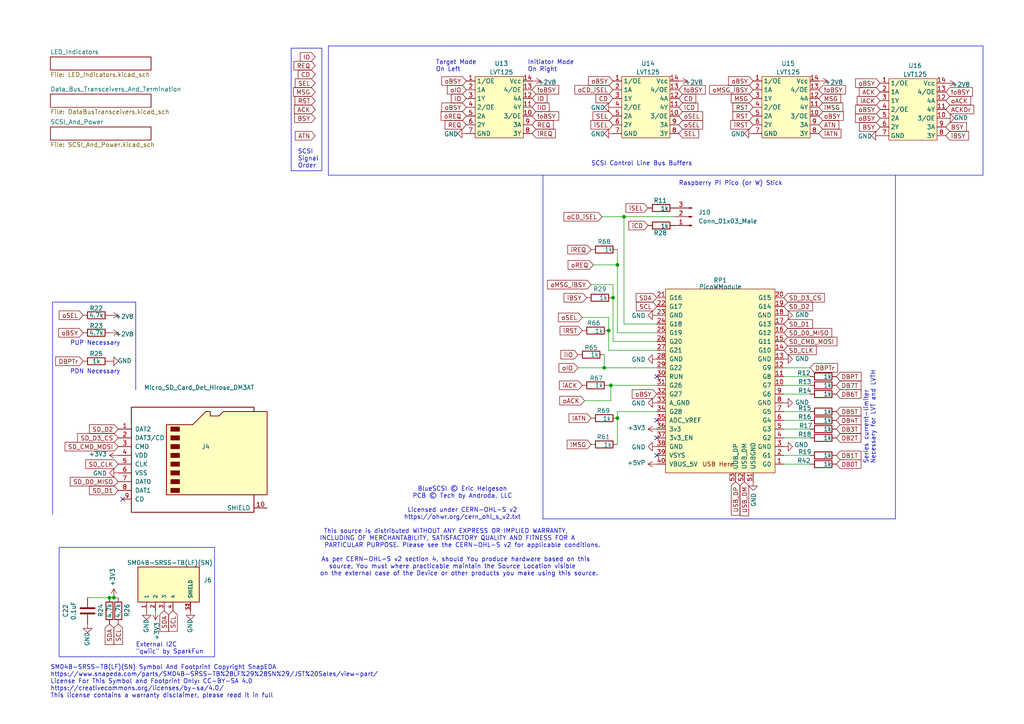
<source format=kicad_sch>
(kicad_sch (version 20250114) (generator "eeschema") (generator_version "9.0")
  (paper "A4")
  (title_block (title "4680-BlueSCSI V2") (date "2025-01-24") (rev "1.02") (company "Tech by Androda, LLC, SweProj.com"))
  (lib_symbols
    (symbol "BlackSASI:Micro_SD_Card TF015" (pin_names (offset 1.016))
      (property "Reference" "J" (at -16.51 15.24 0))
      (property "Value" "Micro_SD_Card TF015" (at 16.51 15.24 0))
      (symbol "Micro_SD_Card TF015_0_0"
        (pin output line (at -21.59 -12.7 0) (length 2.54) (name "CD") (number "9"))
      )
      (symbol "Micro_SD_Card TF015_0_1"
        (polyline (pts (xy -8.89 -11.43) (xy -8.89 8.89) (xy -1.27 8.89) (xy 2.54 12.7) (xy 3.81 12.7) (xy 3.81 11.43) (xy 6.35 11.43) (xy 7.62 12.7) (xy 20.32 12.7) (xy 20.32 -11.43) (xy -8.89 -11.43)) (stroke (width 0.254)) (fill (type background)))
        (rectangle (start -7.62 8.255) (end -5.08 6.985) (fill (type outline)))
        (rectangle (start -7.62 5.715) (end -5.08 4.445) (fill (type outline)))
        (rectangle (start -7.62 3.175) (end -5.08 1.905) (fill (type outline)))
        (rectangle (start -7.62 0.635) (end -5.08 -0.635) (fill (type outline)))
        (rectangle (start -7.62 -1.905) (end -5.08 -3.175) (fill (type outline)))
        (rectangle (start -7.62 -4.445) (end -5.08 -5.715) (fill (type outline)))
        (rectangle (start -7.62 -6.985) (end -5.08 -8.255) (fill (type outline)))
        (rectangle (start -7.62 -9.525) (end -5.08 -10.795) (fill (type outline)))
        (polyline (pts (xy 16.51 12.7) (xy 16.51 13.97) (xy -19.05 13.97) (xy -19.05 -16.51) (xy 16.51 -16.51) (xy 16.51 -11.43)) (stroke (width 0.254)))
      )
      (symbol "Micro_SD_Card TF015_1_1"
        (pin bidirectional line (at -22.86 7.62 0) (length 3.81) (name "DAT2") (number "1"))
        (pin bidirectional line (at -22.86 5.08 0) (length 3.81) (name "DAT3/CD") (number "2"))
        (pin input line (at -22.86 2.54 0) (length 3.81) (name "CMD") (number "3"))
        (pin power_in line (at -22.86 0 0) (length 3.81) (name "VDD") (number "4"))
        (pin input line (at -22.86 -2.54 0) (length 3.81) (name "CLK") (number "5"))
        (pin power_in line (at -22.86 -5.08 0) (length 3.81) (name "VSS") (number "6"))
        (pin bidirectional line (at -22.86 -7.62 0) (length 3.81) (name "DAT0") (number "7"))
        (pin bidirectional line (at -22.86 -10.16 0) (length 3.81) (name "DAT1") (number "8"))
        (pin passive line (at 20.32 -15.24 180) (length 3.81) (name "SHIELD") (number "10"))
      )
    )
    (symbol "Connector:Conn_01x03_Male" (pin_names (offset 1.016) (hide yes))
      (property "Reference" "J" (at 0 5.08 0))
      (property "Value" "Conn_01x03_Male" (at 0 -5.08 0))
      (symbol "Conn_01x03_Male_1_1"
        (rectangle (start 0.8636 2.667) (end 0 2.413) (stroke (width 0.1524)) (fill (type outline)))
        (rectangle (start 0.8636 0.127) (end 0 -0.127) (stroke (width 0.1524)) (fill (type outline)))
        (rectangle (start 0.8636 -2.413) (end 0 -2.667) (stroke (width 0.1524)) (fill (type outline)))
        (polyline (pts (xy 1.27 2.54) (xy 0.8636 2.54)) (stroke (width 0.1524)))
        (polyline (pts (xy 1.27 0) (xy 0.8636 0)) (stroke (width 0.1524)))
        (polyline (pts (xy 1.27 -2.54) (xy 0.8636 -2.54)) (stroke (width 0.1524)))
        (pin passive line (at 5.08 2.54 180) (length 3.81) (name "Pin_1") (number "1"))
        (pin passive line (at 5.08 0 180) (length 3.81) (name "Pin_2") (number "2"))
        (pin passive line (at 5.08 -2.54 180) (length 3.81) (name "Pin_3") (number "3"))
      )
    )
    (symbol "Device:C" (pin_numbers (hide yes)) (pin_names (offset 0.254))
      (property "Reference" "C" (at 0.635 2.54 0))
      (property "Value" "C" (at 0.635 -2.54 0))
      (symbol "C_0_1"
        (polyline (pts (xy -2.032 0.762) (xy 2.032 0.762)) (stroke (width 0.508)))
        (polyline (pts (xy -2.032 -0.762) (xy 2.032 -0.762)) (stroke (width 0.508)))
      )
      (symbol "C_1_1"
        (pin passive line (at 0 3.81 270) (length 2.794) (name "~") (number "1"))
        (pin passive line (at 0 -3.81 90) (length 2.794) (name "~") (number "2"))
      )
    )
    (symbol "Device:R" (pin_numbers (hide yes)) (pin_names (offset 0))
      (property "Reference" "R" (at 2.032 0 90))
      (property "Value" "R" (at 0 0 90))
      (symbol "R_0_1"
        (rectangle (start -1.016 -2.54) (end 1.016 2.54) (stroke (width 0.254)))
      )
      (symbol "R_1_1"
        (pin passive line (at 0 3.81 270) (length 1.27) (name "~") (number "1"))
        (pin passive line (at 0 -3.81 90) (length 1.27) (name "~") (number "2"))
      )
    )
    (symbol "New_Library:LVT125"
      (property "Reference" "U" (at 0 0 0))
      (property "Value" "LVT125" (at 0 2.54 0))
      (symbol "LVT125_0_1"
        (rectangle (start -7.62 -1.27) (end 6.35 -19.05) (fill (type background)))
        (rectangle (start 7.62 -12.7) (end 7.62 -12.7))
      )
      (symbol "LVT125_1_1"
        (pin input line (at -10.16 -2.54 0) (length 2.54) (name "1/OE") (number "1"))
        (pin bidirectional line (at -10.16 -5.08 0) (length 2.54) (name "1A") (number "2"))
        (pin bidirectional line (at -10.16 -7.62 0) (length 2.54) (name "1Y") (number "3"))
        (pin bidirectional line (at -10.16 -10.16 0) (length 2.54) (name "2/OE") (number "4"))
        (pin bidirectional line (at -10.16 -12.7 0) (length 2.54) (name "2A") (number "5"))
        (pin bidirectional line (at -10.16 -15.24 0) (length 2.54) (name "2Y") (number "6"))
        (pin bidirectional line (at -10.16 -17.78 0) (length 2.54) (name "GND") (number "7"))
        (pin bidirectional line (at 8.89 -2.54 180) (length 2.54) (name "Vcc") (number "14"))
        (pin bidirectional line (at 8.89 -5.08 180) (length 2.54) (name "4/OE") (number "13"))
        (pin bidirectional line (at 8.89 -7.62 180) (length 2.54) (name "4A") (number "12"))
        (pin bidirectional line (at 8.89 -10.16 180) (length 2.54) (name "4Y") (number "11"))
        (pin bidirectional line (at 8.89 -12.7 180) (length 2.54) (name "3/OE") (number "10"))
        (pin bidirectional line (at 8.89 -15.24 180) (length 2.54) (name "3A") (number "9"))
        (pin bidirectional line (at 8.89 -17.78 180) (length 2.54) (name "3Y") (number "8"))
      )
    )
    (symbol "New_Library:PicoWModule" (pin_names (offset 1.016))
      (property "Reference" "RP1" (at 0 -10.16 0))
      (property "Value" "PicoWModule" (at 0 -12.7 0))
      (symbol "PicoWModule_0_0"
        (text "USB Here" (at 1.27 -3.81 0) (effects (font (size 1.27 1.27))))
      )
      (symbol "PicoWModule_0_1"
        (rectangle (start 16.51 -1.27) (end -15.24 -54.61) (fill (type background)))
      )
      (symbol "PicoWModule_1_1"
        (pin bidirectional line (at -17.78 -3.81 0) (length 2.54) (name "G0") (number "1"))
        (pin bidirectional line (at -17.78 -6.35 0) (length 2.54) (name "G1") (number "2"))
        (pin bidirectional line (at -17.78 -8.89 0) (length 2.54) (name "GND") (number "3"))
        (pin bidirectional line (at -17.78 -11.43 0) (length 2.54) (name "G2") (number "4"))
        (pin bidirectional line (at -17.78 -13.97 0) (length 2.54) (name "G3") (number "5"))
        (pin bidirectional line (at -17.78 -16.51 0) (length 2.54) (name "G4") (number "6"))
        (pin bidirectional line (at -17.78 -19.05 0) (length 2.54) (name "G5") (number "7"))
        (pin bidirectional line (at -17.78 -21.59 0) (length 2.54) (name "GND") (number "8"))
        (pin bidirectional line (at -17.78 -24.13 0) (length 2.54) (name "G6") (number "9"))
        (pin bidirectional line (at -17.78 -26.67 0) (length 2.54) (name "G7") (number "10"))
        (pin bidirectional line (at -17.78 -29.21 0) (length 2.54) (name "G8") (number "11"))
        (pin bidirectional line (at -17.78 -31.75 0) (length 2.54) (name "G9") (number "12"))
        (pin bidirectional line (at -17.78 -34.29 0) (length 2.54) (name "GND") (number "13"))
        (pin bidirectional line (at -17.78 -36.83 0) (length 2.54) (name "G10") (number "14"))
        (pin bidirectional line (at -17.78 -39.37 0) (length 2.54) (name "G11") (number "15"))
        (pin bidirectional line (at -17.78 -41.91 0) (length 2.54) (name "G12") (number "16"))
        (pin bidirectional line (at -17.78 -44.45 0) (length 2.54) (name "G13") (number "17"))
        (pin power_in line (at -17.78 -46.99 0) (length 2.54) (name "GND") (number "18"))
        (pin power_in line (at -17.78 -49.53 0) (length 2.54) (name "G14") (number "19"))
        (pin power_in line (at -17.78 -52.07 0) (length 2.54) (name "G15") (number "20"))
        (pin input line (at -8.89 1.27 270) (length 2.54) (name "USBGND") (number "51"))
        (pin input line (at -6.35 1.27 270) (length 2.54) (name "USB_DM") (number "52"))
        (pin input line (at -3.81 1.27 270) (length 2.54) (name "UDB_DP") (number "53"))
        (pin power_in line (at 19.05 -3.81 180) (length 2.54) (name "VBUS_5V") (number "40"))
        (pin power_in line (at 19.05 -6.35 180) (length 2.54) (name "VSYS") (number "39"))
        (pin power_in line (at 19.05 -8.89 180) (length 2.54) (name "GND") (number "38"))
        (pin bidirectional line (at 19.05 -11.43 180) (length 2.54) (name "3v3_EN") (number "37"))
        (pin bidirectional line (at 19.05 -13.97 180) (length 2.54) (name "3v3") (number "36"))
        (pin bidirectional line (at 19.05 -16.51 180) (length 2.54) (name "ADC_VREF") (number "35"))
        (pin bidirectional line (at 19.05 -19.05 180) (length 2.54) (name "G28") (number "34"))
        (pin bidirectional line (at 19.05 -21.59 180) (length 2.54) (name "A_GND") (number "33"))
        (pin bidirectional line (at 19.05 -24.13 180) (length 2.54) (name "G27") (number "32"))
        (pin bidirectional line (at 19.05 -26.67 180) (length 2.54) (name "G26") (number "31"))
        (pin bidirectional line (at 19.05 -29.21 180) (length 2.54) (name "RUN") (number "30"))
        (pin bidirectional line (at 19.05 -31.75 180) (length 2.54) (name "G22") (number "29"))
        (pin bidirectional line (at 19.05 -34.29 180) (length 2.54) (name "GND") (number "28"))
        (pin bidirectional line (at 19.05 -36.83 180) (length 2.54) (name "G21") (number "27"))
        (pin bidirectional line (at 19.05 -39.37 180) (length 2.54) (name "G20") (number "26"))
        (pin input line (at 19.05 -41.91 180) (length 2.54) (name "G19") (number "25"))
        (pin bidirectional line (at 19.05 -44.45 180) (length 2.54) (name "G18") (number "24"))
        (pin bidirectional line (at 19.05 -46.99 180) (length 2.54) (name "GND") (number "23"))
        (pin bidirectional line (at 19.05 -49.53 180) (length 2.54) (name "G17") (number "22"))
        (pin power_in line (at 19.05 -52.07 180) (length 2.54) (name "G16") (number "21"))
      )
    )
    (symbol "New_Library:SM04B-SRSS-TB(LF)(SN)" (pin_names (offset 1.016))
      (property "Reference" "J" (at -5.0831 8.1433 0))
      (property "Value" "SM04B-SRSS-TB(LF)(SN)" (at 7.62 -15.24 90))
      (symbol "SM04B-SRSS-TB(LF)(SN)_0_0"
        (rectangle (start -5.08 -10.16) (end 5.08 7.62) (stroke (width 0.254)) (fill (type background)))
        (pin passive line (at -7.62 5.08 0) (length 2.54) (name "1") (number "1"))
        (pin passive line (at -7.62 2.54 0) (length 2.54) (name "2") (number "2"))
        (pin passive line (at -7.62 0 0) (length 2.54) (name "3") (number "3"))
        (pin passive line (at -7.62 -2.54 0) (length 2.54) (name "4") (number "4"))
        (pin passive line (at -7.62 -7.62 0) (length 2.54) (name "SHIELD") (number "S1"))
        (pin passive line (at -7.62 -7.62 0) (length 2.54) (name "SHIELD") (number "S2"))
      )
    )
    (symbol "power:+2V8" (power) (pin_names (offset 0))
      (property "Value" "+2V8" (at 0 3.556 0))
      (symbol "+2V8_0_1"
        (polyline (pts (xy -0.762 1.27) (xy 0 2.54)))
        (polyline (pts (xy 0 2.54) (xy 0.762 1.27)))
        (polyline (pts (xy 0 0) (xy 0 2.54)))
      )
      (symbol "+2V8_1_1"
        (pin power_in line (at 0 0 90) (length 0) (hide yes) (name "+2V8") (number "1"))
      )
    )
    (symbol "power:+3V3" (power) (pin_names (offset 0))
      (property "Value" "+3V3" (at 0 3.556 0))
      (symbol "+3V3_0_1"
        (polyline (pts (xy -0.762 1.27) (xy 0 2.54)))
        (polyline (pts (xy 0 2.54) (xy 0.762 1.27)))
        (polyline (pts (xy 0 0) (xy 0 2.54)))
      )
      (symbol "+3V3_1_1"
        (pin power_in line (at 0 0 90) (length 0) (hide yes) (name "+3V3") (number "1"))
      )
    )
    (symbol "power:+5VP" (power) (pin_names (offset 0))
      (property "Value" "+5VP" (at 0 3.556 0))
      (symbol "+5VP_0_1"
        (polyline (pts (xy -0.762 1.27) (xy 0 2.54)))
        (polyline (pts (xy 0 2.54) (xy 0.762 1.27)))
        (polyline (pts (xy 0 0) (xy 0 2.54)))
      )
      (symbol "+5VP_1_1"
        (pin power_in line (at 0 0 90) (length 0) (hide yes) (name "+5VP") (number "1"))
      )
    )
    (symbol "power:GND" (power) (pin_names (offset 0))
      (property "Value" "GND" (at 0 -3.81 0))
      (symbol "GND_0_1"
        (polyline (pts (xy 0 0) (xy 0 -1.27) (xy 1.27 -1.27) (xy 0 -2.54) (xy -1.27 -1.27) (xy 0 -1.27)))
      )
      (symbol "GND_1_1"
        (pin power_in line (at 0 0 270) (length 0) (hide yes) (name "GND") (number "1"))
      )
    )
  )
  (text "Series current-limiter\nNecessary for LVT and LVTH" (at 254 134.62 90) (effects (font (size 1.27 1.27)) (justify left bottom)))
  (text "Target Mode\nOn Left" (at 126.365 20.955 0) (effects (font (size 1.27 1.27)) (justify left bottom)))
  (text "SCSI Control Line Bus Buffers" (at 171.45 48.26 0) (effects (font (size 1.27 1.27)) (justify left bottom)))
  (text "Initiator Mode\nOn Right" (at 153.035 20.955 0) (effects (font (size 1.27 1.27)) (justify left bottom)))
  (text "SM04B-SRSS-TB(LF)(SN) Symbol And Footprint Copyright SnapEDA\nhttps://www.snapeda.com/parts/SM04B-SRSS-TB%28LF%29%28SN%29/JST%20Sales/view-part/\nLicense For This Symbol and Footprint Only: CC-BY-SA 4.0\nhttps://creativecommons.org/licenses/by-sa/4.0/\nThis license contains a warranty disclaimer, please read it in full" (at 14.605 202.565 0) (effects (font (size 1.27 1.27)) (justify left bottom)))
  (text "External I2C\n\"qwiic\" by SparkFun" (at 39.37 189.865 0) (effects (font (size 1.27 1.27)) (justify left bottom)))
  (text "SCSI\nSignal\nOrder" (at 86.36 48.895 0) (effects (font (size 1.27 1.27)) (justify left bottom)))
  (text "BlueSCSI © Eric Helgeson\nPCB © Tech by Androda, LLC\n\nLicensed under CERN-OHL-S v2\nhttps://ohwr.org/cern_ohl_s_v2.txt\n\nThis source is distributed WITHOUT ANY EXPRESS OR IMPLIED WARRANTY,          \nINCLUDING OF MERCHANTABILITY, SATISFACTORY QUALITY AND FITNESS FOR A         \nPARTICULAR PURPOSE. Please see the CERN-OHL-S v2 for applicable conditions.\n\nAs per CERN-OHL-S v2 section 4, should You produce hardware based on this    \nsource, You must where practicable maintain the Source Location visible      \non the external case of the Device or other products you make using this source.  \n" (at 134.112 154.178 0) (effects (font (size 1.27 1.27))))
  (text "PUP Necessary" (at 20.32 100.33 0) (effects (font (size 1.27 1.27)) (justify left bottom)))
  (text "PDN Necessary" (at 20.32 108.585 0) (effects (font (size 1.27 1.27)) (justify left bottom)))
  (text "Raspberry Pi Pico (or W) Stick" (at 196.85 53.975 0) (effects (font (size 1.27 1.27)) (justify left bottom)))
  (junction (at 179.07 121.285))
  (junction (at 177.165 111.76))
  (junction (at 175.26 106.68))
  (junction (at 31.75 173.355))
  (junction (at 180.975 62.865))
  (junction (at 176.53 95.885))
  (junction (at 177.8 86.36))
  (junction (at 179.07 76.835))
  (junction (at 33.02 173.355))
  (no_connect (at 190.5 109.22))
  (no_connect (at 190.5 132.08))
  (no_connect (at 190.5 121.92))
  (no_connect (at 35.56 144.78))
  (no_connect (at 190.5 127))
  (polyline (pts (xy 84.455 49.53) (xy 93.345 49.53)))
  (wire (pts (xy 175.26 106.68) (xy 190.5 106.68)))
  (wire (pts (xy 167.64 106.68) (xy 175.26 106.68)))
  (wire (pts (xy 169.545 116.205) (xy 177.165 116.205)))
  (polyline (pts (xy 259.715 150.495) (xy 157.48 150.495)))
  (wire (pts (xy 176.53 101.6) (xy 176.53 95.885)))
  (wire (pts (xy 190.5 96.52) (xy 179.07 96.52)))
  (polyline (pts (xy 62.23 190.5) (xy 17.145 190.5)))
  (polyline (pts (xy 17.145 158.75) (xy 62.23 158.75)))
  (wire (pts (xy 227.33 121.92) (xy 234.95 121.92)))
  (wire (pts (xy 179.07 76.835) (xy 179.07 96.52)))
  (wire (pts (xy 168.91 92.075) (xy 176.53 92.075)))
  (wire (pts (xy 227.33 132.08) (xy 234.95 132.08)))
  (wire (pts (xy 190.5 93.98) (xy 180.975 93.98)))
  (wire (pts (xy 227.33 114.3) (xy 234.95 114.3)))
  (wire (pts (xy 177.165 111.76) (xy 190.5 111.76)))
  (wire (pts (xy 180.975 62.865) (xy 180.975 93.98)))
  (wire (pts (xy 172.085 76.835) (xy 179.07 76.835)))
  (wire (pts (xy 190.5 99.06) (xy 177.8 99.06)))
  (wire (pts (xy 175.26 106.68) (xy 175.26 102.87)))
  (wire (pts (xy 227.33 124.46) (xy 234.95 124.46)))
  (wire (pts (xy 190.5 101.6) (xy 176.53 101.6)))
  (wire (pts (xy 176.53 111.76) (xy 177.165 111.76)))
  (wire (pts (xy 174.625 62.865) (xy 180.975 62.865)))
  (polyline (pts (xy 15.24 113.03) (xy 15.24 149.225)))
  (polyline (pts (xy 15.24 113.03) (xy 15.24 87.63)))
  (wire (pts (xy 33.02 173.355) (xy 34.29 173.355)))
  (wire (pts (xy 177.165 116.205) (xy 177.165 111.76)))
  (wire (pts (xy 176.53 92.075) (xy 176.53 95.885)))
  (polyline (pts (xy 15.24 87.63) (xy 39.37 87.63)))
  (wire (pts (xy 179.07 119.38) (xy 190.5 119.38)))
  (wire (pts (xy 177.8 82.55) (xy 177.8 86.36)))
  (wire (pts (xy 177.8 99.06) (xy 177.8 86.36)))
  (polyline (pts (xy 39.37 87.63) (xy 39.37 113.03)))
  (wire (pts (xy 179.07 72.39) (xy 179.07 76.835)))
  (wire (pts (xy 179.07 119.38) (xy 179.07 121.285)))
  (wire (pts (xy 25.4 173.355) (xy 31.75 173.355)))
  (wire (pts (xy 227.33 119.38) (xy 234.95 119.38)))
  (polyline (pts (xy 17.145 190.5) (xy 17.145 158.75)))
  (polyline (pts (xy 285.115 50.8) (xy 95.25 50.8)))
  (wire (pts (xy 171.45 82.55) (xy 177.8 82.55)))
  (polyline (pts (xy 93.345 49.53) (xy 93.345 13.97)))
  (wire (pts (xy 227.33 127) (xy 234.95 127)))
  (polyline (pts (xy 84.455 13.97) (xy 84.455 49.53)))
  (polyline (pts (xy 95.25 13.335) (xy 285.115 13.335)))
  (wire (pts (xy 31.75 173.355) (xy 33.02 173.355)))
  (wire (pts (xy 227.33 106.68) (xy 234.95 106.68)))
  (wire (pts (xy 227.33 111.76) (xy 234.95 111.76)))
  (wire (pts (xy 227.33 134.62) (xy 234.95 134.62)))
  (wire (pts (xy 179.07 121.285) (xy 179.07 128.905)))
  (wire (pts (xy 227.33 109.22) (xy 234.95 109.22)))
  (polyline (pts (xy 84.455 13.97) (xy 93.345 13.97)))
  (polyline (pts (xy 95.25 50.8) (xy 95.25 13.335)))
  (polyline (pts (xy 62.23 158.75) (xy 62.23 190.5)))
  (polyline (pts (xy 157.48 150.495) (xy 157.48 50.8)))
  (wire (pts (xy 180.975 62.865) (xy 195.58 62.865)))
  (polyline (pts (xy 285.115 13.335) (xy 285.115 50.8)))
  (polyline (pts (xy 259.715 50.8) (xy 259.715 150.495)))
  (global_label "oSEL" (shape input) (at 24.13 91.44 180) (property "Intersheetrefs" "${INTERSHEET_REFS}" (effects (hide yes))))
  (global_label "MSG" (shape input) (at 237.49 28.575 0) (property "Intersheetrefs" "${INTERSHEET_REFS}" (effects (hide yes))))
  (global_label "iATN" (shape input) (at 237.49 38.735 0) (property "Intersheetrefs" "${INTERSHEET_REFS}" (effects (hide yes))))
  (global_label "SCL" (shape input) (at 190.5 88.9 180) (property "Intersheetrefs" "${INTERSHEET_REFS}" (effects (hide yes))))
  (global_label "CD" (shape input) (at 177.8 28.575 180) (property "Intersheetrefs" "${INTERSHEET_REFS}" (effects (hide yes))))
  (global_label "iMSG" (shape input) (at 171.45 128.905 180) (property "Intersheetrefs" "${INTERSHEET_REFS}" (effects (hide yes))))
  (global_label "oSEL" (shape input) (at 196.85 33.655 0) (property "Intersheetrefs" "${INTERSHEET_REFS}" (effects (hide yes))))
  (global_label "IO" (shape input) (at 154.305 28.575 0) (property "Intersheetrefs" "${INTERSHEET_REFS}" (effects (hide yes))))
  (global_label "DB1T" (shape input) (at 242.57 132.08 0) (property "Intersheetrefs" "${INTERSHEET_REFS}" (effects (hide yes))))
  (global_label "oSEL" (shape input) (at 168.91 92.075 180) (property "Intersheetrefs" "${INTERSHEET_REFS}" (effects (hide yes))))
  (global_label "DBPTr" (shape input) (at 24.13 104.775 180) (property "Intersheetrefs" "${INTERSHEET_REFS}" (effects (hide yes))))
  (global_label "SD_D1" (shape input) (at 34.29 142.24 180) (property "Intersheetrefs" "${INTERSHEET_REFS}" (effects (hide yes))))
  (global_label "MSG" (shape input) (at 91.44 26.67 180) (property "Intersheetrefs" "${INTERSHEET_REFS}" (effects (hide yes))))
  (global_label "IO" (shape input) (at 91.44 16.51 180) (property "Intersheetrefs" "${INTERSHEET_REFS}" (effects (hide yes))))
  (global_label "oIO" (shape input) (at 135.255 26.035 180) (property "Intersheetrefs" "${INTERSHEET_REFS}" (effects (hide yes))))
  (global_label "REQ" (shape input) (at 91.44 19.05 180) (property "Intersheetrefs" "${INTERSHEET_REFS}" (effects (hide yes))))
  (global_label "oBSY" (shape input) (at 255.27 24.13 180) (property "Intersheetrefs" "${INTERSHEET_REFS}" (effects (hide yes))))
  (global_label "iSEL" (shape input) (at 187.96 60.325 180) (property "Intersheetrefs" "${INTERSHEET_REFS}" (effects (hide yes))))
  (global_label "oBSY" (shape input) (at 177.8 23.495 180) (property "Intersheetrefs" "${INTERSHEET_REFS}" (effects (hide yes))))
  (global_label "!oBSY" (shape input) (at 154.305 26.035 0) (property "Intersheetrefs" "${INTERSHEET_REFS}" (effects (hide yes))))
  (global_label "oACK" (shape input) (at 274.32 29.21 0) (property "Intersheetrefs" "${INTERSHEET_REFS}" (effects (hide yes))))
  (global_label "oBSY" (shape input) (at 255.27 31.75 180) (property "Intersheetrefs" "${INTERSHEET_REFS}" (effects (hide yes))))
  (global_label "BSY" (shape input) (at 255.27 36.83 180) (property "Intersheetrefs" "${INTERSHEET_REFS}" (effects (hide yes))))
  (global_label "oMSG_iBSY" (shape input) (at 218.44 26.035 180) (property "Intersheetrefs" "${INTERSHEET_REFS}" (effects (hide yes))))
  (global_label "iMSG" (shape input) (at 237.49 31.115 0) (property "Intersheetrefs" "${INTERSHEET_REFS}" (effects (hide yes))))
  (global_label "REQ" (shape input) (at 154.305 36.195 0) (property "Intersheetrefs" "${INTERSHEET_REFS}" (effects (hide yes))))
  (global_label "ATN" (shape input) (at 237.49 36.195 0) (property "Intersheetrefs" "${INTERSHEET_REFS}" (effects (hide yes))))
  (global_label "DB7T" (shape input) (at 242.57 111.76 0) (property "Intersheetrefs" "${INTERSHEET_REFS}" (effects (hide yes))))
  (global_label "SD_CMD_MOSI" (shape input) (at 34.29 129.54 180) (property "Intersheetrefs" "${INTERSHEET_REFS}" (effects (hide yes))))
  (global_label "RST" (shape input) (at 218.44 31.115 180) (property "Intersheetrefs" "${INTERSHEET_REFS}" (effects (hide yes))))
  (global_label "IO" (shape input) (at 135.255 28.575 180) (property "Intersheetrefs" "${INTERSHEET_REFS}" (effects (hide yes))))
  (global_label "SD_D0_MISO" (shape input) (at 227.33 96.52 0) (property "Intersheetrefs" "${INTERSHEET_REFS}" (effects (hide yes))))
  (global_label "BSY" (shape input) (at 274.32 36.83 0) (property "Intersheetrefs" "${INTERSHEET_REFS}" (effects (hide yes))))
  (global_label "iREQ" (shape input) (at 171.45 72.39 180) (property "Intersheetrefs" "${INTERSHEET_REFS}" (effects (hide yes))))
  (global_label "oBSY" (shape input) (at 237.49 33.655 0) (property "Intersheetrefs" "${INTERSHEET_REFS}" (effects (hide yes))))
  (global_label "SDA" (shape input) (at 31.75 180.975 270) (property "Intersheetrefs" "${INTERSHEET_REFS}" (effects (hide yes))))
  (global_label "ATN" (shape input) (at 91.44 39.37 180) (property "Intersheetrefs" "${INTERSHEET_REFS}" (effects (hide yes))))
  (global_label "SD_D3_CS" (shape input) (at 227.33 86.36 0) (property "Intersheetrefs" "${INTERSHEET_REFS}" (effects (hide yes))))
  (global_label "oBSY" (shape input) (at 135.255 31.115 180) (property "Intersheetrefs" "${INTERSHEET_REFS}" (effects (hide yes))))
  (global_label "iCD" (shape input) (at 187.96 65.405 180) (property "Intersheetrefs" "${INTERSHEET_REFS}" (effects (hide yes))))
  (global_label "SD_D0_MISO" (shape input) (at 34.29 139.7 180) (property "Intersheetrefs" "${INTERSHEET_REFS}" (effects (hide yes))))
  (global_label "oMSG_iBSY" (shape input) (at 171.45 82.55 180) (property "Intersheetrefs" "${INTERSHEET_REFS}" (effects (hide yes))))
  (global_label "oBSY" (shape input) (at 218.44 23.495 180) (property "Intersheetrefs" "${INTERSHEET_REFS}" (effects (hide yes))))
  (global_label "BSY" (shape input) (at 91.44 34.29 180) (property "Intersheetrefs" "${INTERSHEET_REFS}" (effects (hide yes))))
  (global_label "iIO" (shape input) (at 154.305 31.115 0) (property "Intersheetrefs" "${INTERSHEET_REFS}" (effects (hide yes))))
  (global_label "iREQ" (shape input) (at 154.305 38.735 0) (property "Intersheetrefs" "${INTERSHEET_REFS}" (effects (hide yes))))
  (global_label "SCL" (shape input) (at 50.165 177.165 270) (property "Intersheetrefs" "${INTERSHEET_REFS}" (effects (hide yes))))
  (global_label "iRST" (shape input) (at 168.91 95.885 180) (property "Intersheetrefs" "${INTERSHEET_REFS}" (effects (hide yes))))
  (global_label "iSEL" (shape input) (at 177.8 36.195 180) (property "Intersheetrefs" "${INTERSHEET_REFS}" (effects (hide yes))))
  (global_label "DBPTr" (shape input) (at 234.95 106.68 0) (property "Intersheetrefs" "${INTERSHEET_REFS}" (effects (hide yes))))
  (global_label "oREQ" (shape input) (at 135.255 33.655 180) (property "Intersheetrefs" "${INTERSHEET_REFS}" (effects (hide yes))))
  (global_label "ACK" (shape input) (at 91.44 31.75 180) (property "Intersheetrefs" "${INTERSHEET_REFS}" (effects (hide yes))))
  (global_label "SD_CMD_MOSI" (shape input) (at 227.33 99.06 0) (property "Intersheetrefs" "${INTERSHEET_REFS}" (effects (hide yes))))
  (global_label "oBSY" (shape input) (at 255.27 34.29 180) (property "Intersheetrefs" "${INTERSHEET_REFS}" (effects (hide yes))))
  (global_label "RST" (shape input) (at 218.44 33.655 180) (property "Intersheetrefs" "${INTERSHEET_REFS}" (effects (hide yes))))
  (global_label "SEL" (shape input) (at 196.85 38.735 0) (property "Intersheetrefs" "${INTERSHEET_REFS}" (effects (hide yes))))
  (global_label "ACKDr" (shape input) (at 274.32 31.75 0) (property "Intersheetrefs" "${INTERSHEET_REFS}" (effects (hide yes))))
  (global_label "DB6T" (shape input) (at 242.57 114.3 0) (property "Intersheetrefs" "${INTERSHEET_REFS}" (effects (hide yes))))
  (global_label "oCD_iSEL" (shape input) (at 177.8 26.035 180) (property "Intersheetrefs" "${INTERSHEET_REFS}" (effects (hide yes))))
  (global_label "RST" (shape input) (at 91.44 29.21 180) (property "Intersheetrefs" "${INTERSHEET_REFS}" (effects (hide yes))))
  (global_label "SD_D2" (shape input) (at 34.29 124.46 180) (property "Intersheetrefs" "${INTERSHEET_REFS}" (effects (hide yes))))
  (global_label "iATN" (shape input) (at 171.45 121.285 180) (property "Intersheetrefs" "${INTERSHEET_REFS}" (effects (hide yes))))
  (global_label "CD" (shape input) (at 91.44 21.59 180) (property "Intersheetrefs" "${INTERSHEET_REFS}" (effects (hide yes))))
  (global_label "SD_D1" (shape input) (at 227.33 93.98 0) (property "Intersheetrefs" "${INTERSHEET_REFS}" (effects (hide yes))))
  (global_label "SEL" (shape input) (at 91.44 24.13 180) (property "Intersheetrefs" "${INTERSHEET_REFS}" (effects (hide yes))))
  (global_label "!oBSY" (shape input) (at 196.85 26.035 0) (property "Intersheetrefs" "${INTERSHEET_REFS}" (effects (hide yes))))
  (global_label "REQ" (shape input) (at 135.255 36.195 180) (property "Intersheetrefs" "${INTERSHEET_REFS}" (effects (hide yes))))
  (global_label "SEL" (shape input) (at 177.8 33.655 180) (property "Intersheetrefs" "${INTERSHEET_REFS}" (effects (hide yes))))
  (global_label "iIO" (shape input) (at 167.64 102.87 180) (property "Intersheetrefs" "${INTERSHEET_REFS}" (effects (hide yes))))
  (global_label "DB5T" (shape input) (at 242.57 119.38 0) (property "Intersheetrefs" "${INTERSHEET_REFS}" (effects (hide yes))))
  (global_label "!oBSY" (shape input) (at 237.49 26.035 0) (property "Intersheetrefs" "${INTERSHEET_REFS}" (effects (hide yes))))
  (global_label "!oBSY" (shape input) (at 154.305 33.655 0) (property "Intersheetrefs" "${INTERSHEET_REFS}" (effects (hide yes))))
  (global_label "SD_D2" (shape input) (at 227.33 88.9 0) (property "Intersheetrefs" "${INTERSHEET_REFS}" (effects (hide yes))))
  (global_label "SD_CLK" (shape input) (at 227.33 101.6 0) (property "Intersheetrefs" "${INTERSHEET_REFS}" (effects (hide yes))))
  (global_label "USB_DP" (shape input) (at 213.36 139.7 270) (property "Intersheetrefs" "${INTERSHEET_REFS}" (effects (hide yes))))
  (global_label "DB2T" (shape input) (at 242.57 127 0) (property "Intersheetrefs" "${INTERSHEET_REFS}" (effects (hide yes))))
  (global_label "oCD_iSEL" (shape input) (at 174.625 62.865 180) (property "Intersheetrefs" "${INTERSHEET_REFS}" (effects (hide yes))))
  (global_label "iRST" (shape input) (at 218.44 36.195 180) (property "Intersheetrefs" "${INTERSHEET_REFS}" (effects (hide yes))))
  (global_label "oIO" (shape input) (at 167.64 106.68 180) (property "Intersheetrefs" "${INTERSHEET_REFS}" (effects (hide yes))))
  (global_label "oBSY" (shape input) (at 135.255 23.495 180) (property "Intersheetrefs" "${INTERSHEET_REFS}" (effects (hide yes))))
  (global_label "iACK" (shape input) (at 255.27 29.21 180) (property "Intersheetrefs" "${INTERSHEET_REFS}" (effects (hide yes))))
  (global_label "iBSY" (shape input) (at 274.32 39.37 0) (property "Intersheetrefs" "${INTERSHEET_REFS}" (effects (hide yes))))
  (global_label "oBSY" (shape input) (at 190.5 114.3 180) (property "Intersheetrefs" "${INTERSHEET_REFS}" (effects (hide yes))))
  (global_label "SD_CLK" (shape input) (at 34.29 134.62 180) (property "Intersheetrefs" "${INTERSHEET_REFS}" (effects (hide yes))))
  (global_label "SCL" (shape input) (at 34.29 180.975 270) (property "Intersheetrefs" "${INTERSHEET_REFS}" (effects (hide yes))))
  (global_label "SDA" (shape input) (at 47.625 177.165 270) (property "Intersheetrefs" "${INTERSHEET_REFS}" (effects (hide yes))))
  (global_label "DB3T" (shape input) (at 242.57 124.46 0) (property "Intersheetrefs" "${INTERSHEET_REFS}" (effects (hide yes))))
  (global_label "oBSY" (shape input) (at 24.13 96.52 180) (property "Intersheetrefs" "${INTERSHEET_REFS}" (effects (hide yes))))
  (global_label "oSEL" (shape input) (at 196.85 36.195 0) (property "Intersheetrefs" "${INTERSHEET_REFS}" (effects (hide yes))))
  (global_label "DBPT" (shape input) (at 242.57 109.22 0) (property "Intersheetrefs" "${INTERSHEET_REFS}" (effects (hide yes))))
  (global_label "SD_D3_CS" (shape input) (at 34.29 127 180) (property "Intersheetrefs" "${INTERSHEET_REFS}" (effects (hide yes))))
  (global_label "SDA" (shape input) (at 190.5 86.36 180) (property "Intersheetrefs" "${INTERSHEET_REFS}" (effects (hide yes))))
  (global_label "iCD" (shape input) (at 196.85 31.115 0) (property "Intersheetrefs" "${INTERSHEET_REFS}" (effects (hide yes))))
  (global_label "USB_DM" (shape input) (at 215.9 139.7 270) (property "Intersheetrefs" "${INTERSHEET_REFS}" (effects (hide yes))))
  (global_label "DB4T" (shape input) (at 242.57 121.92 0) (property "Intersheetrefs" "${INTERSHEET_REFS}" (effects (hide yes))))
  (global_label "iBSY" (shape input) (at 170.18 86.36 180) (property "Intersheetrefs" "${INTERSHEET_REFS}" (effects (hide yes))))
  (global_label "CD" (shape input) (at 196.85 28.575 0) (property "Intersheetrefs" "${INTERSHEET_REFS}" (effects (hide yes))))
  (global_label "MSG" (shape input) (at 218.44 28.575 180) (property "Intersheetrefs" "${INTERSHEET_REFS}" (effects (hide yes))))
  (global_label "oACK" (shape input) (at 169.545 116.205 180) (property "Intersheetrefs" "${INTERSHEET_REFS}" (effects (hide yes))))
  (global_label "oREQ" (shape input) (at 172.085 76.835 180) (property "Intersheetrefs" "${INTERSHEET_REFS}" (effects (hide yes))))
  (global_label "iACK" (shape input) (at 168.91 111.76 180) (property "Intersheetrefs" "${INTERSHEET_REFS}" (effects (hide yes))))
  (global_label "!oBSY" (shape input) (at 274.32 26.67 0) (property "Intersheetrefs" "${INTERSHEET_REFS}" (effects (hide yes))))
  (global_label "DB0T" (shape input) (at 242.57 134.62 0) (property "Intersheetrefs" "${INTERSHEET_REFS}" (effects (hide yes))))
  (global_label "ACK" (shape input) (at 255.27 26.67 180) (property "Intersheetrefs" "${INTERSHEET_REFS}" (effects (hide yes))))
  (symbol (lib_id "power:+3V3") (at 190.5 124.46 90) (unit 1)
    (property "Reference" "#PWR047" (effects (hide yes)))
    (property "Value" "+3V3" (at 187.2488 124.079 90) (effects (justify left)))
  )
  (symbol (lib_id "power:+5VP") (at 190.5 134.62 90) (unit 1)
    (property "Reference" "#PWR036" (effects (hide yes)))
    (property "Value" "+5VP" (at 187.2488 134.239 90) (effects (justify left)))
  )
  (symbol (lib_id "power:GND") (at 190.5 116.84 270) (unit 1)
    (property "Reference" "#PWR037" (effects (hide yes)))
    (property "Value" "GND" (at 187.2488 116.967 90) (effects (justify right)))
  )
  (symbol (lib_id "power:GND") (at 218.44 38.735 270) (unit 1)
    (property "Reference" "#PWR032" (effects (hide yes)))
    (property "Value" "GND" (at 214.0458 38.862 90))
  )
  (symbol (lib_id "Device:R") (at 175.26 121.285 270) (unit 1)
    (property "Reference" "R69" (at 175.006 119.126 90))
    (property "Value" "1k" (at 176.022 121.412 90))
    (property "Footprint" "Resistor_SMD:R_0402_1005Metric" (effects (hide yes)))
    (property "LCSC" "C11702" (effects (hide yes)))
  )
  (symbol (lib_id "Device:R") (at 175.26 128.905 270) (unit 1)
    (property "Reference" "R61" (at 175.006 126.746 90))
    (property "Value" "1k" (at 176.276 129.032 90))
    (property "Footprint" "Resistor_SMD:R_0402_1005Metric" (effects (hide yes)))
    (property "LCSC" "C11702" (effects (hide yes)))
  )
  (symbol (lib_id "power:GND") (at 190.5 91.44 270) (unit 1)
    (property "Reference" "#PWR061" (effects (hide yes)))
    (property "Value" "GND" (at 187.2488 91.567 90) (effects (justify right)))
  )
  (symbol (lib_id "New_Library:LVT125") (at 228.6 20.955 0) (unit 1)
    (property "Reference" "U15" (at 228.6 18.415 0))
    (property "Value" "LVT125" (at 228.6 20.955 0))
    (property "Footprint" "Package_SO:TSSOP-14_4.4x5mm_P0.65mm" (effects (hide yes)))
    (property "LCSC" "C2675577" (effects (hide yes)))
  )
  (symbol (lib_id "power:+2V8") (at 237.49 23.495 270) (unit 1)
    (property "Reference" "#PWR079" (effects (hide yes)))
    (property "Value" "+2V8" (at 241.8842 23.876 90))
  )
  (symbol (lib_id "power:GND") (at 227.33 91.44 90) (unit 1)
    (property "Reference" "#PWR064" (effects (hide yes)))
    (property "Value" "GND" (at 230.5812 91.313 90) (effects (justify right)))
  )
  (symbol (lib_id "Device:R") (at 238.76 114.3 90) (unit 1)
    (property "Reference" "R14" (at 233.426 113.284 90))
    (property "Value" "1k" (at 240.03 114.3 90))
    (property "Footprint" "Resistor_SMD:R_0402_1005Metric" (effects (hide yes)))
    (property "LCSC" "C11702" (effects (hide yes)))
  )
  (symbol (lib_id "Device:R") (at 173.99 86.36 90) (unit 1)
    (property "Reference" "R29" (at 173.99 83.82 90))
    (property "Value" "1k" (at 175.006 86.36 90))
    (property "Footprint" "Resistor_SMD:R_0402_1005Metric" (effects (hide yes)))
    (property "LCSC" "C11702" (effects (hide yes)))
  )
  (symbol (lib_id "New_Library:PicoWModule") (at 209.55 138.43 180) (unit 1)
    (property "Reference" "RP1" (at 208.915 81.28 0))
    (property "Value" "PicoWModule" (at 208.915 83.185 0))
    (property "Footprint" "Library:Raspberry_Pi_PicoW_SMT_THT" (effects (hide yes)))
  )
  (symbol (lib_id "power:GND") (at 177.8 38.735 270) (unit 1)
    (property "Reference" "#PWR030" (effects (hide yes)))
    (property "Value" "GND" (at 173.4058 38.862 90))
  )
  (symbol (lib_id "power:GND") (at 190.5 129.54 270) (unit 1)
    (property "Reference" "#PWR063" (effects (hide yes)))
    (property "Value" "GND" (at 187.2488 129.667 90) (effects (justify right)))
  )
  (symbol (lib_id "Connector:Conn_01x03_Male") (at 200.66 62.865 180) (unit 1)
    (property "Reference" "J10" (at 202.565 61.5949 0) (effects (justify right)))
    (property "Value" "Conn_01x03_Male" (at 202.565 64.1349 0) (effects (justify right)))
    (property "Footprint" "Connector_PinHeader_2.54mm:PinHeader_1x03_P2.54mm_Vertical" (effects (hide yes)))
    (property "LCSC" "C49257" (effects (hide yes)))
  )
  (symbol (lib_id "power:GND") (at 42.545 177.165 0) (mirror y) (unit 1)
    (property "Reference" "#PWR0107" (effects (hide yes)))
    (property "Value" "GND" (at 42.418 181.5592 90))
  )
  (symbol (lib_id "Device:C") (at 25.4 177.165 180) (unit 1)
    (property "Reference" "C22" (at 18.9992 177.165 90))
    (property "Value" "0.1uF" (at 21.3106 177.165 90))
    (property "Footprint" "Capacitor_SMD:C_0402_1005Metric" (effects (hide yes)))
    (property "LCSC" "C1525" (effects (hide yes)))
  )
  (symbol (lib_id "Device:R") (at 172.72 111.76 270) (unit 1)
    (property "Reference" "R67" (at 172.974 109.728 90))
    (property "Value" "1k" (at 173.736 111.76 90))
    (property "Footprint" "Resistor_SMD:R_0402_1005Metric" (effects (hide yes)))
    (property "LCSC" "C11702" (effects (hide yes)))
  )
  (symbol (lib_id "power:GND") (at 255.27 39.37 270) (unit 1)
    (property "Reference" "#PWR040" (effects (hide yes)))
    (property "Value" "GND" (at 250.8758 39.497 90))
  )
  (symbol (lib_id "Device:R") (at 172.72 95.885 90) (unit 1)
    (property "Reference" "R66" (at 172.212 93.726 90))
    (property "Value" "1k" (at 173.736 96.012 90))
    (property "Footprint" "Resistor_SMD:R_0402_1005Metric" (effects (hide yes)))
    (property "LCSC" "C11702" (effects (hide yes)))
  )
  (symbol (lib_id "power:GND") (at 177.8 31.115 270) (unit 1)
    (property "Reference" "#PWR029" (effects (hide yes)))
    (property "Value" "GND" (at 173.4058 31.242 90))
  )
  (symbol (lib_id "Device:R") (at 238.76 111.76 90) (unit 1)
    (property "Reference" "R13" (at 233.426 110.744 90))
    (property "Value" "1k" (at 240.03 111.76 90))
    (property "Footprint" "Resistor_SMD:R_0402_1005Metric" (effects (hide yes)))
    (property "LCSC" "C11702" (effects (hide yes)))
  )
  (symbol (lib_id "Device:R") (at 238.76 134.62 90) (unit 1)
    (property "Reference" "R42" (at 233.172 133.604 90))
    (property "Value" "1k" (at 240.03 134.62 90))
    (property "Footprint" "Resistor_SMD:R_0402_1005Metric" (effects (hide yes)))
    (property "LCSC" "C11702" (effects (hide yes)))
  )
  (symbol (lib_id "Device:R") (at 27.94 104.775 90) (unit 1)
    (property "Reference" "R25" (at 27.94 102.616 90))
    (property "Value" "1k" (at 27.94 104.775 90))
    (property "Footprint" "Resistor_SMD:R_0402_1005Metric" (effects (hide yes)))
    (property "LCSC" "C11702" (effects (hide yes)))
  )
  (symbol (lib_id "power:+2V8") (at 154.305 23.495 270) (unit 1)
    (property "Reference" "#PWR042" (effects (hide yes)))
    (property "Value" "+2V8" (at 158.6992 23.876 90))
  )
  (symbol (lib_id "Device:R") (at 238.76 132.08 90) (unit 1)
    (property "Reference" "R19" (at 233.426 131.064 90))
    (property "Value" "1k" (at 240.03 132.08 90))
    (property "Footprint" "Resistor_SMD:R_0402_1005Metric" (effects (hide yes)))
    (property "LCSC" "C11702" (effects (hide yes)))
  )
  (symbol (lib_id "power:GND") (at 31.75 104.775 90) (unit 1)
    (property "Reference" "#PWR0106" (effects (hide yes)))
    (property "Value" "GND" (at 36.1442 104.648 90))
  )
  (symbol (lib_id "New_Library:LVT125") (at 187.96 20.955 0) (unit 1)
    (property "Reference" "U14" (at 187.96 18.415 0))
    (property "Value" "LVT125" (at 187.96 20.955 0))
    (property "Footprint" "Package_SO:TSSOP-14_4.4x5mm_P0.65mm" (effects (hide yes)))
    (property "LCSC" "C2675577" (effects (hide yes)))
  )
  (symbol (lib_id "power:+2V8") (at 31.75 96.52 270) (unit 1)
    (property "Reference" "#PWR0103" (effects (hide yes)))
    (property "Value" "+2V8" (at 36.1442 96.901 90))
  )
  (symbol (lib_id "power:GND") (at 227.33 116.84 90) (unit 1)
    (property "Reference" "#PWR066" (effects (hide yes)))
    (property "Value" "GND" (at 230.5812 116.713 90) (effects (justify right)))
  )
  (symbol (lib_id "power:GND") (at 135.255 38.735 270) (unit 1)
    (property "Reference" "#PWR023" (effects (hide yes)))
    (property "Value" "GND" (at 130.8608 38.862 90))
  )
  (symbol (lib_id "Device:R") (at 238.76 121.92 90) (unit 1)
    (property "Reference" "R16" (at 233.426 120.904 90))
    (property "Value" "1k" (at 240.03 121.92 90))
    (property "Footprint" "Resistor_SMD:R_0402_1005Metric" (effects (hide yes)))
    (property "LCSC" "C11702" (effects (hide yes)))
  )
  (symbol (lib_id "Device:R") (at 27.94 91.44 90) (unit 1)
    (property "Reference" "R22" (at 27.94 89.408 90))
    (property "Value" "4.7k" (at 27.94 91.44 90))
    (property "Footprint" "Resistor_SMD:R_0603_1608Metric" (effects (hide yes)))
    (property "LCSC" "C23162" (effects (hide yes)))
  )
  (symbol (lib_id "Device:R") (at 238.76 127 90) (unit 1)
    (property "Reference" "R18" (at 233.426 125.984 90))
    (property "Value" "1k" (at 240.03 127 90))
    (property "Footprint" "Resistor_SMD:R_0402_1005Metric" (effects (hide yes)))
    (property "LCSC" "C11702" (effects (hide yes)))
  )
  (symbol (lib_id "power:GND") (at 25.4 180.975 0) (mirror y) (unit 1)
    (property "Reference" "#PWR076" (effects (hide yes)))
    (property "Value" "GND" (at 25.273 185.3692 90))
  )
  (symbol (lib_id "Device:R") (at 171.45 102.87 90) (unit 1)
    (property "Reference" "R65" (at 171.45 100.838 90))
    (property "Value" "1k" (at 172.466 102.87 90))
    (property "Footprint" "Resistor_SMD:R_0402_1005Metric" (effects (hide yes)))
    (property "LCSC" "C11702" (effects (hide yes)))
  )
  (symbol (lib_id "New_Library:LVT125") (at 145.415 20.955 0) (unit 1)
    (property "Reference" "U13" (at 145.415 18.415 0))
    (property "Value" "LVT125" (at 145.415 20.955 0))
    (property "Footprint" "Package_SO:TSSOP-14_4.4x5mm_P0.65mm" (effects (hide yes)))
    (property "LCSC" "C2675577" (effects (hide yes)))
  )
  (symbol (lib_id "Device:R") (at 238.76 124.46 90) (unit 1)
    (property "Reference" "R17" (at 233.68 123.444 90))
    (property "Value" "1k" (at 240.03 124.46 90))
    (property "Footprint" "Resistor_SMD:R_0402_1005Metric" (effects (hide yes)))
    (property "LCSC" "C11702" (effects (hide yes)))
  )
  (symbol (lib_id "Device:R") (at 27.94 96.52 90) (unit 1)
    (property "Reference" "R23" (at 27.94 94.488 90))
    (property "Value" "4.7k" (at 27.94 96.52 90))
    (property "Footprint" "Resistor_SMD:R_0603_1608Metric" (effects (hide yes)))
    (property "LCSC" "C23162" (effects (hide yes)))
  )
  (symbol (lib_id "New_Library:LVT125") (at 265.43 21.59 0) (unit 1)
    (property "Reference" "U16" (at 265.43 19.05 0))
    (property "Value" "LVT125" (at 265.43 21.59 0))
    (property "Footprint" "Package_SO:TSSOP-14_4.4x5mm_P0.65mm" (effects (hide yes)))
    (property "LCSC" "C2675577" (effects (hide yes)))
  )
  (symbol (lib_id "power:GND") (at 274.32 34.29 90) (unit 1)
    (property "Reference" "#PWR081" (effects (hide yes)))
    (property "Value" "GND" (at 278.7142 34.163 90))
  )
  (symbol (lib_id "Device:R") (at 238.76 119.38 90) (unit 1)
    (property "Reference" "R15" (at 233.426 118.364 90))
    (property "Value" "1k" (at 240.03 119.38 90))
    (property "Footprint" "Resistor_SMD:R_0402_1005Metric" (effects (hide yes)))
    (property "LCSC" "C11702" (effects (hide yes)))
  )
  (symbol (lib_id "power:GND") (at 227.33 129.54 90) (unit 1)
    (property "Reference" "#PWR067" (effects (hide yes)))
    (property "Value" "GND" (at 230.378 129.032 90) (effects (justify right)))
  )
  (symbol (lib_id "power:GND") (at 218.44 139.7 0) (unit 1)
    (property "Reference" "#PWR052" (effects (hide yes)))
    (property "Value" "GND" (at 218.567 142.9512 90) (effects (justify right)))
  )
  (symbol (lib_id "power:GND") (at 190.5 104.14 270) (unit 1)
    (property "Reference" "#PWR062" (effects (hide yes)))
    (property "Value" "GND" (at 187.2488 104.267 90) (effects (justify right)))
  )
  (symbol (lib_id "power:+2V8") (at 196.85 23.495 270) (unit 1)
    (property "Reference" "#PWR078" (effects (hide yes)))
    (property "Value" "+2V8" (at 201.2442 23.876 90))
  )
  (symbol (lib_id "power:+3V3") (at 45.085 177.165 0) (mirror x) (unit 1)
    (property "Reference" "#PWR0105" (effects (hide yes)))
    (property "Value" "+3V3" (at 45.466 180.4162 90) (effects (justify left)))
  )
  (symbol (lib_id "New_Library:SM04B-SRSS-TB(LF)(SN)") (at 47.625 169.545 90) (unit 1)
    (property "Reference" "J6" (at 59.055 168.2749 90) (effects (justify right)))
    (property "Value" "SM04B-SRSS-TB(LF)(SN)" (at 36.83 163.195 90) (effects (justify right)))
    (property "Footprint" "Library:JST_SM04B-SRSS-TB(LF)(SN)" (effects (hide yes)))
    (property "STANDARD" "Manufacturer recommendations" (effects (hide yes)))
    (property "MP" "SM04B-SRSS-TB(LF)(SN)" (effects (hide yes)))
    (property "LCSC" "C160404" (effects (hide yes)))
  )
  (symbol (lib_id "Device:R") (at 31.75 177.165 180) (unit 1)
    (property "Reference" "R24" (at 29.21 177.038 90))
    (property "Value" "4.7k" (at 31.75 177.165 90))
    (property "Footprint" "Resistor_SMD:R_0603_1608Metric" (effects (hide yes)))
    (property "LCSC" "C23162" (effects (hide yes)))
  )
  (symbol (lib_id "power:+3V3") (at 34.29 132.08 90) (unit 1)
    (property "Reference" "#PWR044" (effects (hide yes)))
    (property "Value" "+3V3" (at 31.0388 131.699 90) (effects (justify left)))
  )
  (symbol (lib_id "Device:R") (at 191.77 65.405 90) (unit 1)
    (property "Reference" "R28" (at 191.516 67.564 90))
    (property "Value" "1k" (at 192.786 65.532 90))
    (property "Footprint" "Resistor_SMD:R_0402_1005Metric" (effects (hide yes)))
    (property "LCSC" "C11702" (effects (hide yes)))
  )
  (symbol (lib_id "Device:R") (at 191.77 60.325 90) (unit 1)
    (property "Reference" "R11" (at 191.516 58.166 90))
    (property "Value" "1k" (at 192.786 60.452 90))
    (property "Footprint" "Resistor_SMD:R_0402_1005Metric" (effects (hide yes)))
    (property "LCSC" "C11702" (effects (hide yes)))
  )
  (symbol (lib_id "power:+3V3") (at 33.02 173.355 0) (mirror y) (unit 1)
    (property "Reference" "#PWR072" (effects (hide yes)))
    (property "Value" "+3V3" (at 32.639 170.1038 90) (effects (justify left)))
  )
  (symbol (lib_id "power:+2V8") (at 31.75 91.44 270) (unit 1)
    (property "Reference" "#PWR0104" (effects (hide yes)))
    (property "Value" "+2V8" (at 36.1442 91.821 90))
  )
  (symbol (lib_id "Device:R") (at 175.26 72.39 270) (unit 1)
    (property "Reference" "R68" (at 175.26 70.104 90))
    (property "Value" "1k" (at 176.53 72.39 90))
    (property "Footprint" "Resistor_SMD:R_0402_1005Metric" (effects (hide yes)))
    (property "LCSC" "C11702" (effects (hide yes)))
  )
  (symbol (lib_id "power:GND") (at 34.29 137.16 270) (unit 1)
    (property "Reference" "#PWR045" (effects (hide yes)))
    (property "Value" "GND" (at 31.0388 137.287 90) (effects (justify right)))
  )
  (symbol (lib_id "Device:R") (at 34.29 177.165 0) (unit 1)
    (property "Reference" "R26" (at 36.83 177.038 90))
    (property "Value" "4.7k" (at 34.29 177.165 90))
    (property "Footprint" "Resistor_SMD:R_0603_1608Metric" (effects (hide yes)))
    (property "LCSC" "C23162" (effects (hide yes)))
  )
  (symbol (lib_id "power:+2V8") (at 274.32 24.13 270) (unit 1)
    (property "Reference" "#PWR080" (effects (hide yes)))
    (property "Value" "+2V8" (at 278.7142 24.511 90))
  )
  (symbol (lib_id "Device:R") (at 238.76 109.22 90) (unit 1)
    (property "Reference" "R12" (at 233.172 108.204 90))
    (property "Value" "1k" (at 240.03 109.22 90))
    (property "Footprint" "Resistor_SMD:R_0402_1005Metric" (effects (hide yes)))
    (property "LCSC" "C11702" (effects (hide yes)))
  )
  (symbol (lib_id "power:GND") (at 227.33 104.14 90) (unit 1)
    (property "Reference" "#PWR065" (effects (hide yes)))
    (property "Value" "GND" (at 230.5812 104.013 90) (effects (justify right)))
  )
  (symbol (lib_id "BlackSASI:Micro_SD_Card TF015") (at 57.15 132.08 0) (unit 1)
    (property "Reference" "J4" (at 59.69 129.54 0))
    (property "Value" "Micro_SD_Card_Det_Hirose_DM3AT" (at 57.785 112.395 0))
    (property "Footprint" "Library:microSD_TF-015" (effects (hide yes)))
    (property "Datasheet" "https://datasheet.lcsc.com/lcsc/2112221030_SOFNG-TF-015_C113206.pdf" (effects (hide yes)))
    (property "LCSC" "C113206" (effects (hide yes)))
  )
  (symbol (lib_id "power:GND") (at 55.245 177.165 0) (mirror y) (unit 1)
    (property "Reference" "#PWR0111" (effects (hide yes)))
    (property "Value" "GND" (at 55.118 181.5592 90))
  )
  (sheet (at 14.605 27.305) (size 29.21 3.81) (stroke (width 0.1524))
    (property "Sheetname" "Data_Bus_Transceivers_And_Termination" (at 14.605 26.5934 0) (effects (justify left bottom)))
    (property "Sheetfile" "DataBusTransceivers.kicad_sch" (at 14.605 31.6996 0) (effects (justify left top)))
  )
  (sheet (at 14.605 16.51) (size 29.21 3.81) (stroke (width 0.1524))
    (property "Sheetname" "LED_Indicators" (at 14.605 15.7984 0) (effects (justify left bottom)))
    (property "Sheetfile" "LED_Indicators.kicad_sch" (at 14.605 20.9046 0) (effects (justify left top)))
  )
  (sheet (at 14.605 36.83) (size 29.21 3.81) (stroke (width 0.1524))
    (property "Sheetname" "SCSI_And_Power" (at 14.605 36.1184 0) (effects (justify left bottom)))
    (property "Sheetfile" "SCSI_And_Power.kicad_sch" (at 14.605 41.2246 0) (effects (justify left top)))
  )
)
</source>
